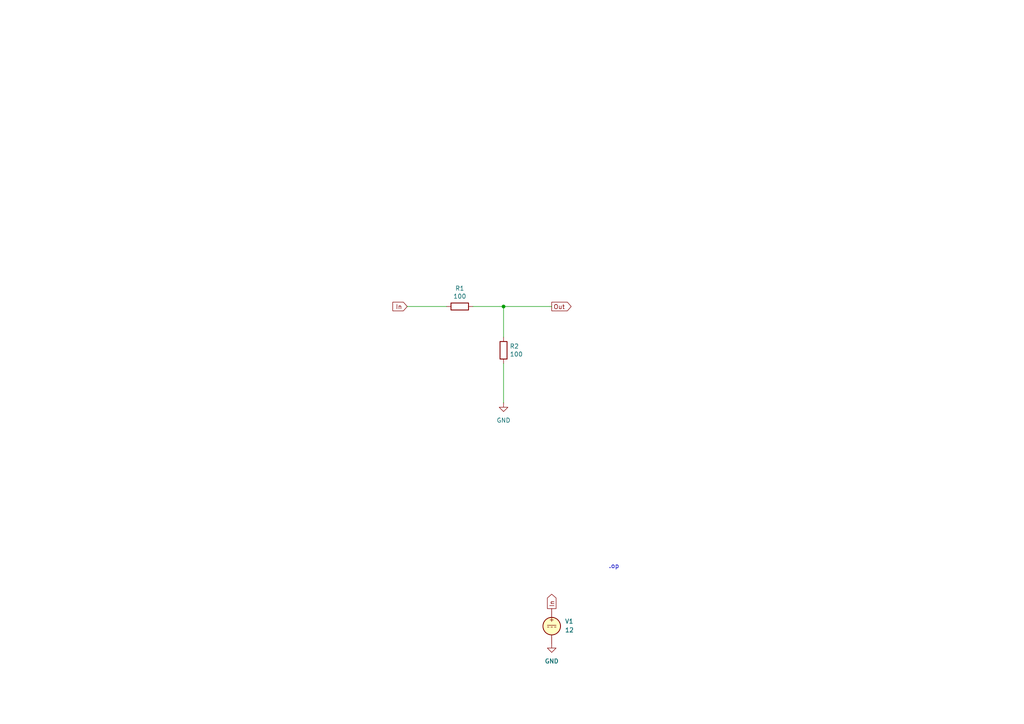
<source format=kicad_sch>
(kicad_sch (version 20231120) (generator "eeschema") (generator_version "8.0")
  (paper "A4")
  (title_block (title "Simulation, DC operational point") (date "2024-05-27") (rev "2") (company "GitHub/OJStuff"))
  (lib_symbols
    (symbol "Device:R" (pin_numbers hide) (pin_names (offset 0))
      (property "Reference" "R" (at 2.032 0 90))
      (property "Value" "R" (at 0 0 90))
      (symbol "R_0_1"
        (rectangle (start -1.016 -2.54) (end 1.016 2.54) (stroke (width 0.254)))
      )
      (symbol "R_1_1"
        (pin passive line (at 0 3.81 270) (length 1.27) (name "~") (number "1"))
        (pin passive line (at 0 -3.81 90) (length 1.27) (name "~") (number "2"))
      )
    )
    (symbol "GND_1" (power) (pin_numbers hide) (pin_names (offset 0) hide)
      (property "Value" "GND" (at 0 -3.81 0))
      (symbol "GND_1_0_1"
        (polyline (pts (xy 0 0) (xy 0 -1.27) (xy 1.27 -1.27) (xy 0 -2.54) (xy -1.27 -1.27) (xy 0 -1.27)))
      )
      (symbol "GND_1_1_1"
        (pin power_in line (at 0 0 270) (length 0) (name "~") (number "1"))
      )
    )
    (symbol "VDC_1" (pin_numbers hide) (pin_names (offset 0.0254))
      (property "Reference" "V" (at 2.54 2.54 0))
      (property "Value" "1" (at 2.54 0 0))
      (symbol "VDC_1_0_0"
        (polyline (pts (xy -1.27 0.254) (xy 1.27 0.254)))
        (polyline (pts (xy -0.762 -0.254) (xy -1.27 -0.254)))
        (polyline (pts (xy 0.254 -0.254) (xy -0.254 -0.254)))
        (polyline (pts (xy 1.27 -0.254) (xy 0.762 -0.254)))
        (text "+" (at 0 1.905 0) (effects (font (size 1.27 1.27))))
      )
      (symbol "VDC_1_0_1"
        (circle (center 0 0) (radius 2.54) (stroke (width 0.254)) (fill (type background)))
      )
      (symbol "VDC_1_1_1"
        (pin passive line (at 0 5.08 270) (length 2.54) (name "~") (number "1"))
        (pin passive line (at 0 -5.08 90) (length 2.54) (name "~") (number "2"))
      )
    )
  )
  (junction (at 146.05 88.9))
  (wire (pts (xy 137.16 88.9) (xy 146.05 88.9)))
  (wire (pts (xy 146.05 88.9) (xy 160.02 88.9)))
  (wire (pts (xy 118.11 88.9) (xy 129.54 88.9)))
  (wire (pts (xy 146.05 88.9) (xy 146.05 97.79)))
  (wire (pts (xy 146.05 105.41) (xy 146.05 116.84)))
  (text ".op" (at 176.53 165.1 0) (effects (font (size 1.27 1.27)) (justify left bottom)))
  (global_label "In" (shape input) (at 118.11 88.9 180) (property "Intersheetrefs" "${INTERSHEET_REFS}" (effects (hide yes))))
  (global_label "Out" (shape output) (at 160.02 88.9 0) (property "Intersheetrefs" "${INTERSHEET_REFS}" (effects (hide yes))))
  (global_label "In" (shape output) (at 160.02 176.53 90) (property "Intersheetrefs" "${INTERSHEET_REFS}" (effects (hide yes))))
  (symbol (lib_name "GND_1") (lib_id "power:GND") (at 146.05 116.84 0) (unit 1)
    (property "Reference" "#PWR01" (effects (hide yes)))
    (property "Value" "GND" (at 146.05 121.92 0))
    (property "Description" "Power symbol creates a global label with name \"GND\" , ground" (effects (hide yes)))
  )
  (symbol (lib_id "Device:R") (at 133.35 88.9 270) (unit 1)
    (property "Reference" "R1" (at 133.35 83.6422 90))
    (property "Value" "100" (at 133.35 85.9536 90))
  )
  (symbol (lib_id "Device:R") (at 146.05 101.6 0) (unit 1)
    (property "Reference" "R2" (at 147.828 100.4316 0) (effects (justify left)))
    (property "Value" "100" (at 147.828 102.743 0) (effects (justify left)))
  )
  (symbol (lib_name "VDC_1") (lib_id "Simulation_SPICE:VDC") (at 160.02 181.61 0) (unit 1)
    (property "Reference" "V1" (at 163.83 180.2101 0) (effects (justify left)))
    (property "Value" "12" (at 163.83 182.7501 0) (effects (justify left)))
    (property "Datasheet" "https://ngspice.sourceforge.io/docs/ngspice-html-manual/manual.xhtml#sec_Independent_Sources_for" (effects (hide yes)))
    (property "Description" "Voltage source, DC" (effects (hide yes)))
    (property "Sim.Pins" "1=+ 2=-" (effects (hide yes)))
    (property "Sim.Type" "DC" (effects (hide yes)))
    (property "Sim.Device" "V" (effects (hide yes)))
  )
  (symbol (lib_name "GND_1") (lib_id "power:GND") (at 160.02 186.69 0) (unit 1)
    (property "Reference" "#PWR03" (effects (hide yes)))
    (property "Value" "GND" (at 160.02 191.77 0))
    (property "Description" "Power symbol creates a global label with name \"GND\" , ground" (effects (hide yes)))
  )
)
</source>
